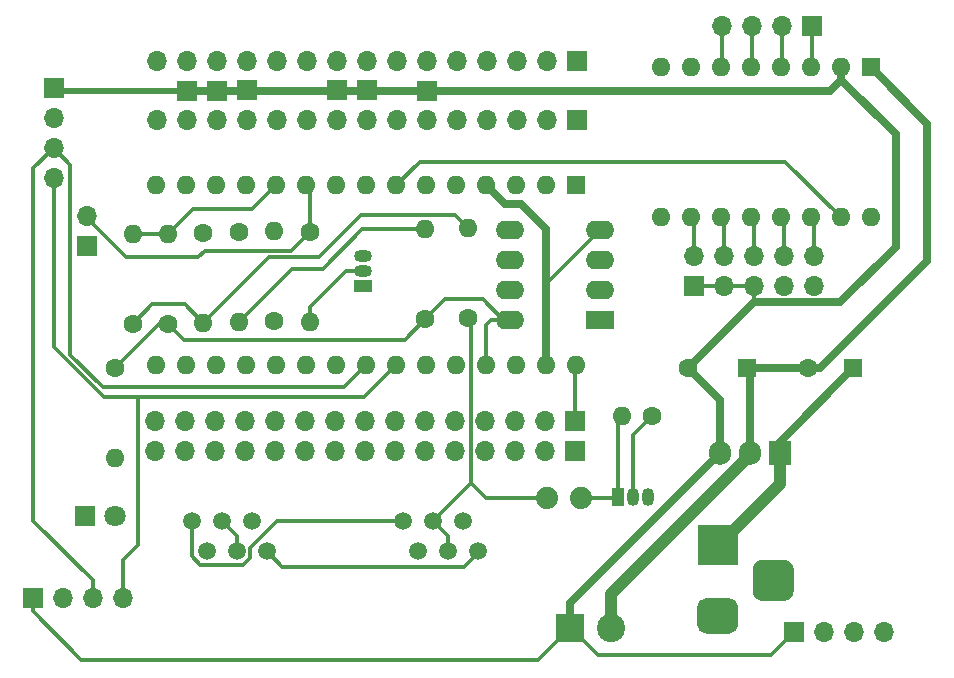
<source format=gtl>
%TF.GenerationSoftware,KiCad,Pcbnew,(5.1.9)-1*%
%TF.CreationDate,2021-12-11T18:31:36-05:00*%
%TF.ProjectId,LN-Stepper_v1_2,4c4e2d53-7465-4707-9065-725f76315f32,rev?*%
%TF.SameCoordinates,Original*%
%TF.FileFunction,Copper,L1,Top*%
%TF.FilePolarity,Positive*%
%FSLAX46Y46*%
G04 Gerber Fmt 4.6, Leading zero omitted, Abs format (unit mm)*
G04 Created by KiCad (PCBNEW (5.1.9)-1) date 2021-12-11 18:31:36*
%MOMM*%
%LPD*%
G01*
G04 APERTURE LIST*
%TA.AperFunction,ComponentPad*%
%ADD10R,1.700000X1.700000*%
%TD*%
%TA.AperFunction,ComponentPad*%
%ADD11O,1.700000X1.700000*%
%TD*%
%TA.AperFunction,ComponentPad*%
%ADD12O,1.500000X1.050000*%
%TD*%
%TA.AperFunction,ComponentPad*%
%ADD13R,1.500000X1.050000*%
%TD*%
%TA.AperFunction,ComponentPad*%
%ADD14R,3.500000X3.500000*%
%TD*%
%TA.AperFunction,ComponentPad*%
%ADD15O,1.050000X1.500000*%
%TD*%
%TA.AperFunction,ComponentPad*%
%ADD16R,1.050000X1.500000*%
%TD*%
%TA.AperFunction,ComponentPad*%
%ADD17C,1.498600*%
%TD*%
%TA.AperFunction,ComponentPad*%
%ADD18O,1.600000X1.600000*%
%TD*%
%TA.AperFunction,ComponentPad*%
%ADD19C,1.600000*%
%TD*%
%TA.AperFunction,ComponentPad*%
%ADD20R,1.600000X1.600000*%
%TD*%
%TA.AperFunction,ComponentPad*%
%ADD21C,1.879600*%
%TD*%
%TA.AperFunction,ComponentPad*%
%ADD22R,2.400000X1.600000*%
%TD*%
%TA.AperFunction,ComponentPad*%
%ADD23O,2.400000X1.600000*%
%TD*%
%TA.AperFunction,ComponentPad*%
%ADD24R,1.800000X1.800000*%
%TD*%
%TA.AperFunction,ComponentPad*%
%ADD25C,1.800000*%
%TD*%
%TA.AperFunction,ComponentPad*%
%ADD26R,1.905000X2.000000*%
%TD*%
%TA.AperFunction,ComponentPad*%
%ADD27O,1.905000X2.000000*%
%TD*%
%TA.AperFunction,ComponentPad*%
%ADD28R,2.400000X2.400000*%
%TD*%
%TA.AperFunction,ComponentPad*%
%ADD29C,2.400000*%
%TD*%
%TA.AperFunction,Conductor*%
%ADD30C,0.350000*%
%TD*%
%TA.AperFunction,Conductor*%
%ADD31C,0.700000*%
%TD*%
%TA.AperFunction,Conductor*%
%ADD32C,1.000000*%
%TD*%
%TA.AperFunction,Conductor*%
%ADD33C,0.500000*%
%TD*%
G04 APERTURE END LIST*
D10*
X120150000Y-91650000D03*
D11*
X120150000Y-89110000D03*
D12*
X143500000Y-93730000D03*
X143500000Y-92460000D03*
D13*
X143500000Y-95000000D03*
%TA.AperFunction,ComponentPad*%
G36*
G01*
X179115000Y-121710000D02*
X177365000Y-121710000D01*
G75*
G02*
X176490000Y-120835000I0J875000D01*
G01*
X176490000Y-119085000D01*
G75*
G02*
X177365000Y-118210000I875000J0D01*
G01*
X179115000Y-118210000D01*
G75*
G02*
X179990000Y-119085000I0J-875000D01*
G01*
X179990000Y-120835000D01*
G75*
G02*
X179115000Y-121710000I-875000J0D01*
G01*
G37*
%TD.AperFunction*%
%TA.AperFunction,ComponentPad*%
G36*
G01*
X174540000Y-124460000D02*
X172540000Y-124460000D01*
G75*
G02*
X171790000Y-123710000I0J750000D01*
G01*
X171790000Y-122210000D01*
G75*
G02*
X172540000Y-121460000I750000J0D01*
G01*
X174540000Y-121460000D01*
G75*
G02*
X175290000Y-122210000I0J-750000D01*
G01*
X175290000Y-123710000D01*
G75*
G02*
X174540000Y-124460000I-750000J0D01*
G01*
G37*
%TD.AperFunction*%
D14*
X173540000Y-116960000D03*
D15*
X166370000Y-112880000D03*
X167640000Y-112880000D03*
D16*
X165100000Y-112880000D03*
D17*
X153206000Y-117493600D03*
X146856000Y-114953600D03*
X151936000Y-114953600D03*
X148126000Y-117493600D03*
X149396000Y-114953600D03*
X150666000Y-117493600D03*
D18*
X165460000Y-106000000D03*
D19*
X168000000Y-106000000D03*
D18*
X125980000Y-101740000D03*
X125980000Y-86500000D03*
X161540000Y-101740000D03*
X128520000Y-86500000D03*
X159000000Y-101740000D03*
X131060000Y-86500000D03*
X156460000Y-101740000D03*
X133600000Y-86500000D03*
X153920000Y-101740000D03*
X136140000Y-86500000D03*
X151380000Y-101740000D03*
X138680000Y-86500000D03*
X148840000Y-101740000D03*
X141220000Y-86500000D03*
X146300000Y-101740000D03*
X143760000Y-86500000D03*
X143760000Y-101740000D03*
X146300000Y-86500000D03*
X141220000Y-101740000D03*
X148840000Y-86500000D03*
X138680000Y-101740000D03*
X151380000Y-86500000D03*
X136140000Y-101740000D03*
X153920000Y-86500000D03*
X133600000Y-101740000D03*
X156460000Y-86500000D03*
X131060000Y-101740000D03*
X159000000Y-86500000D03*
X128520000Y-101740000D03*
D20*
X161540000Y-86500000D03*
D17*
X135355000Y-117490000D03*
X129005000Y-114950000D03*
X134085000Y-114950000D03*
X130275000Y-117490000D03*
X131545000Y-114950000D03*
X132815000Y-117490000D03*
D21*
X159102200Y-113000000D03*
X161997800Y-113000000D03*
D22*
X163560000Y-97883200D03*
D23*
X155940000Y-90263200D03*
X163560000Y-95343200D03*
X155940000Y-92803200D03*
X163560000Y-92803200D03*
X155940000Y-95343200D03*
X163560000Y-90263200D03*
X155940000Y-97883200D03*
D24*
X120000000Y-114500000D03*
D25*
X122540000Y-114500000D03*
D11*
X125940000Y-109000000D03*
X128480000Y-109000000D03*
X131020000Y-109000000D03*
X133560000Y-109000000D03*
X136100000Y-109000000D03*
X138640000Y-109000000D03*
X141180000Y-109000000D03*
X143720000Y-109000000D03*
X146260000Y-109000000D03*
X148800000Y-109000000D03*
X151340000Y-109000000D03*
X153880000Y-109000000D03*
X156420000Y-109000000D03*
X158960000Y-109000000D03*
D10*
X161500000Y-109000000D03*
D11*
X125940000Y-106500000D03*
X128480000Y-106500000D03*
X131020000Y-106500000D03*
X133560000Y-106500000D03*
X136100000Y-106500000D03*
X138640000Y-106500000D03*
X141180000Y-106500000D03*
X143720000Y-106500000D03*
X146260000Y-106500000D03*
X148800000Y-106500000D03*
X151340000Y-106500000D03*
X153880000Y-106500000D03*
X156420000Y-106500000D03*
X158960000Y-106500000D03*
D10*
X161500000Y-106500000D03*
X161601600Y-81000000D03*
D11*
X159061600Y-81000000D03*
X156521600Y-81000000D03*
X153981600Y-81000000D03*
X151441600Y-81000000D03*
X148901600Y-81000000D03*
X146361600Y-81000000D03*
X143821600Y-81000000D03*
X141281600Y-81000000D03*
X138741600Y-81000000D03*
X136201600Y-81000000D03*
X133661600Y-81000000D03*
X131121600Y-81000000D03*
X128581600Y-81000000D03*
X126041600Y-81000000D03*
D10*
X161601600Y-75988400D03*
D11*
X159061600Y-75988400D03*
X156521600Y-75988400D03*
X153981600Y-75988400D03*
X151441600Y-75988400D03*
X148901600Y-75988400D03*
X146361600Y-75988400D03*
X143821600Y-75988400D03*
X141281600Y-75988400D03*
X138741600Y-75988400D03*
X136201600Y-75988400D03*
X133661600Y-75988400D03*
X131121600Y-75988400D03*
X128581600Y-75988400D03*
X126041600Y-75988400D03*
D10*
X141296000Y-78477600D03*
X133676000Y-78477600D03*
X131136000Y-78500000D03*
X128596000Y-78503000D03*
X143810600Y-78477600D03*
X148916000Y-78500000D03*
D18*
X136000000Y-90380000D03*
D19*
X136000000Y-98000000D03*
X130000000Y-90568000D03*
D18*
X130000000Y-98188000D03*
X148789000Y-90237800D03*
D19*
X148789000Y-97857800D03*
X133000000Y-90500000D03*
D18*
X133000000Y-98120000D03*
D19*
X124000000Y-98270000D03*
D18*
X124000000Y-90650000D03*
D19*
X139000000Y-90466400D03*
D18*
X139000000Y-98086400D03*
X127000000Y-90610000D03*
D19*
X127000000Y-98230000D03*
X122500000Y-102000000D03*
D18*
X122500000Y-109620000D03*
D20*
X186500000Y-76500000D03*
D18*
X168720000Y-89200000D03*
X183960000Y-76500000D03*
X171260000Y-89200000D03*
X181420000Y-76500000D03*
X173800000Y-89200000D03*
X178880000Y-76500000D03*
X176340000Y-89200000D03*
X176340000Y-76500000D03*
X178880000Y-89200000D03*
X173800000Y-76500000D03*
X181420000Y-89200000D03*
X171260000Y-76500000D03*
X183960000Y-89200000D03*
X168720000Y-76500000D03*
X186500000Y-89200000D03*
D20*
X185000000Y-102000000D03*
D19*
X181200000Y-102000000D03*
D20*
X176000000Y-102000000D03*
D19*
X171000000Y-102000000D03*
D10*
X181500000Y-73000000D03*
D11*
X178960000Y-73000000D03*
X176420000Y-73000000D03*
X173880000Y-73000000D03*
D26*
X178800000Y-109140000D03*
D27*
X176260000Y-109140000D03*
X173720000Y-109140000D03*
D28*
X161000000Y-124000000D03*
D29*
X164500000Y-124000000D03*
D10*
X171500000Y-95000000D03*
D11*
X171500000Y-92460000D03*
X174040000Y-95000000D03*
X174040000Y-92460000D03*
X176580000Y-95000000D03*
X176580000Y-92460000D03*
X179120000Y-95000000D03*
X179120000Y-92460000D03*
X181660000Y-95000000D03*
X181660000Y-92460000D03*
D19*
X152390000Y-97780000D03*
D18*
X152390000Y-90160000D03*
D10*
X117310000Y-78290000D03*
D11*
X117310000Y-80830000D03*
X117310000Y-83370000D03*
X117310000Y-85910000D03*
X123170000Y-121410000D03*
X120630000Y-121410000D03*
X118090000Y-121410000D03*
D10*
X115550000Y-121410000D03*
X179980000Y-124360000D03*
D11*
X182520000Y-124360000D03*
X185060000Y-124360000D03*
X187600000Y-124360000D03*
D30*
X159000000Y-94823200D02*
X163560000Y-90263200D01*
D31*
X159000000Y-101740000D02*
X159000000Y-94823200D01*
X159000000Y-94823200D02*
X159000000Y-90200000D01*
X159000000Y-90200000D02*
X156900000Y-88100000D01*
X155520000Y-88100000D02*
X153920000Y-86500000D01*
X156900000Y-88100000D02*
X155520000Y-88100000D01*
D30*
X176260000Y-102260000D02*
X176000000Y-102000000D01*
D31*
X176260000Y-109140000D02*
X176260000Y-102260000D01*
X176000000Y-102000000D02*
X181200000Y-102000000D01*
X176260000Y-109140000D02*
X176260000Y-109360000D01*
D32*
X164500000Y-121120000D02*
X164500000Y-124000000D01*
X176260000Y-109360000D02*
X164500000Y-121120000D01*
D31*
X186500000Y-76500000D02*
X186500000Y-76520000D01*
X186500000Y-76520000D02*
X191260000Y-81280000D01*
X191260000Y-81280000D02*
X191260000Y-92930000D01*
X182190000Y-102000000D02*
X181200000Y-102000000D01*
X191260000Y-92930000D02*
X182190000Y-102000000D01*
D30*
X143500000Y-93730000D02*
X142070000Y-93730000D01*
X139000000Y-96800000D02*
X139000000Y-98086400D01*
X142070000Y-93730000D02*
X139000000Y-96800000D01*
X126960000Y-90650000D02*
X127000000Y-90610000D01*
X124000000Y-90650000D02*
X126960000Y-90650000D01*
X127000000Y-90610000D02*
X129110000Y-88500000D01*
X134140000Y-88500000D02*
X136140000Y-86500000D01*
X129110000Y-88500000D02*
X134140000Y-88500000D01*
X139000000Y-90466400D02*
X139000000Y-86820000D01*
X137416410Y-92049990D02*
X130120010Y-92049990D01*
X139000000Y-90466400D02*
X137416410Y-92049990D01*
X130120010Y-92049990D02*
X129560000Y-92610000D01*
X120150000Y-89274998D02*
X120150000Y-89110000D01*
X123485002Y-92610000D02*
X120150000Y-89274998D01*
X129560000Y-92610000D02*
X123485002Y-92610000D01*
X126270000Y-98230000D02*
X127000000Y-98230000D01*
X122500000Y-102000000D02*
X126270000Y-98230000D01*
X127000000Y-98230000D02*
X128370000Y-99600000D01*
X147046800Y-99600000D02*
X148789000Y-97857800D01*
X128370000Y-99600000D02*
X147046800Y-99600000D01*
D31*
X149000000Y-78500000D02*
X128500000Y-78500000D01*
X161000000Y-121860000D02*
X173720000Y-109140000D01*
X161000000Y-124000000D02*
X161000000Y-121860000D01*
X173720000Y-104720000D02*
X171000000Y-102000000D01*
X173720000Y-109140000D02*
X173720000Y-104720000D01*
X183960000Y-77560000D02*
X183960000Y-76500000D01*
X183020000Y-78500000D02*
X183960000Y-77560000D01*
X148916000Y-78500000D02*
X183020000Y-78500000D01*
X171500000Y-101500000D02*
X171000000Y-102000000D01*
X176599999Y-96400001D02*
X171000000Y-102000000D01*
X183899999Y-96400001D02*
X176599999Y-96400001D01*
X188600000Y-91700000D02*
X183899999Y-96400001D01*
X188600000Y-82200000D02*
X188600000Y-91700000D01*
X183960000Y-77560000D02*
X188600000Y-82200000D01*
D30*
X171500000Y-95000000D02*
X174040000Y-95000000D01*
X174040000Y-95000000D02*
X176580000Y-95000000D01*
X176580000Y-96380002D02*
X176599999Y-96400001D01*
X176580000Y-95000000D02*
X176580000Y-96380002D01*
X155940000Y-97883200D02*
X155363200Y-97883200D01*
X155363200Y-97883200D02*
X153640000Y-96160000D01*
X150486800Y-96160000D02*
X148789000Y-97857800D01*
X153640000Y-96160000D02*
X150486800Y-96160000D01*
X153920000Y-101740000D02*
X153920000Y-98330000D01*
X154366800Y-97883200D02*
X155940000Y-97883200D01*
X153920000Y-98330000D02*
X154366800Y-97883200D01*
X150666000Y-116223600D02*
X149396000Y-114953600D01*
X150666000Y-117493600D02*
X150666000Y-116223600D01*
X132815000Y-116220000D02*
X131545000Y-114950000D01*
X132815000Y-117490000D02*
X132815000Y-116220000D01*
X152654999Y-111694601D02*
X152654999Y-98044999D01*
X152654999Y-98044999D02*
X152390000Y-97780000D01*
X149396000Y-114953600D02*
X152654999Y-111694601D01*
X153960398Y-113000000D02*
X152654999Y-111694601D01*
X159102200Y-113000000D02*
X153960398Y-113000000D01*
X129735335Y-118614301D02*
X129005000Y-117883966D01*
X129005000Y-117883966D02*
X129005000Y-114950000D01*
X133354665Y-118614301D02*
X129735335Y-118614301D01*
X133939301Y-118029665D02*
X133354665Y-118614301D01*
X133939301Y-117241733D02*
X133939301Y-118029665D01*
X136227434Y-114953600D02*
X133939301Y-117241733D01*
X146856000Y-114953600D02*
X136227434Y-114953600D01*
X135355000Y-117490000D02*
X136670000Y-118805000D01*
X136670000Y-118805000D02*
X152055000Y-118805000D01*
X153206000Y-117654000D02*
X153206000Y-117493600D01*
X152055000Y-118805000D02*
X153206000Y-117654000D01*
X165100000Y-106360000D02*
X165460000Y-106000000D01*
X165100000Y-112880000D02*
X165100000Y-106360000D01*
X164980000Y-113000000D02*
X165100000Y-112880000D01*
X161997800Y-113000000D02*
X164980000Y-113000000D01*
X130000000Y-98188000D02*
X135588000Y-92600000D01*
X135588000Y-92600000D02*
X139800000Y-92600000D01*
X151292799Y-89062799D02*
X152390000Y-90160000D01*
X143337201Y-89062799D02*
X151292799Y-89062799D01*
X139800000Y-92600000D02*
X143337201Y-89062799D01*
X124000000Y-98270000D02*
X125670000Y-96600000D01*
X128412000Y-96600000D02*
X130000000Y-98188000D01*
X125670000Y-96600000D02*
X128412000Y-96600000D01*
X166370000Y-107630000D02*
X168000000Y-106000000D01*
X166370000Y-112880000D02*
X166370000Y-107630000D01*
X133000000Y-98120000D02*
X137520000Y-93600000D01*
X137520000Y-93600000D02*
X140100000Y-93600000D01*
X143462200Y-90237800D02*
X148789000Y-90237800D01*
X140100000Y-93600000D02*
X143462200Y-90237800D01*
X171500000Y-89440000D02*
X171260000Y-89200000D01*
X171500000Y-92460000D02*
X171500000Y-89440000D01*
X181500000Y-76420000D02*
X181420000Y-76500000D01*
X181500000Y-73000000D02*
X181500000Y-76420000D01*
X174040000Y-89440000D02*
X173800000Y-89200000D01*
X174040000Y-92460000D02*
X174040000Y-89440000D01*
X178960000Y-76420000D02*
X178880000Y-76500000D01*
X178960000Y-73000000D02*
X178960000Y-76420000D01*
X176580000Y-89440000D02*
X176340000Y-89200000D01*
X176580000Y-92460000D02*
X176580000Y-89440000D01*
X176420000Y-76420000D02*
X176340000Y-76500000D01*
X176420000Y-73000000D02*
X176420000Y-76420000D01*
X179120000Y-89440000D02*
X178880000Y-89200000D01*
X179120000Y-92460000D02*
X179120000Y-89440000D01*
X173880000Y-76420000D02*
X173800000Y-76500000D01*
X173880000Y-73000000D02*
X173880000Y-76420000D01*
X181660000Y-89440000D02*
X181420000Y-89200000D01*
X181660000Y-92460000D02*
X181660000Y-89440000D01*
X146300000Y-86500000D02*
X148300000Y-84500000D01*
X179260000Y-84500000D02*
X183960000Y-89200000D01*
X148300000Y-84500000D02*
X179260000Y-84500000D01*
D31*
X173540000Y-116960000D02*
X173640000Y-116960000D01*
D32*
X178800000Y-111800000D02*
X178800000Y-109140000D01*
X173640000Y-116960000D02*
X178800000Y-111800000D01*
D31*
X178800000Y-108200000D02*
X185000000Y-102000000D01*
X178800000Y-109140000D02*
X178800000Y-108200000D01*
D30*
X161500000Y-106500000D02*
X161500000Y-101780000D01*
X141220000Y-86834000D02*
X141220000Y-86500000D01*
X161000000Y-124000000D02*
X161100000Y-124000000D01*
X161100000Y-124000000D02*
X163390000Y-126290000D01*
X178050000Y-126290000D02*
X179980000Y-124360000D01*
X163390000Y-126290000D02*
X178050000Y-126290000D01*
D33*
X117523000Y-78503000D02*
X117310000Y-78290000D01*
X128596000Y-78503000D02*
X117523000Y-78503000D01*
D30*
X115550000Y-121410000D02*
X115550000Y-122560000D01*
X115550000Y-122560000D02*
X119670000Y-126680000D01*
X158320000Y-126680000D02*
X161000000Y-124000000D01*
X119670000Y-126680000D02*
X158320000Y-126680000D01*
X146300000Y-101740000D02*
X143580000Y-104460000D01*
X117310000Y-100227830D02*
X117310000Y-85910000D01*
X121542170Y-104460000D02*
X117310000Y-100227830D01*
X123170000Y-121410000D02*
X123170000Y-118250000D01*
X123170000Y-118250000D02*
X124490000Y-116930000D01*
X124490000Y-104460000D02*
X121542170Y-104460000D01*
X124490000Y-116930000D02*
X124490000Y-104460000D01*
X143580000Y-104460000D02*
X124490000Y-104460000D01*
X143760000Y-101740000D02*
X141880000Y-103620000D01*
X141880000Y-103620000D02*
X121480000Y-103620000D01*
X121480000Y-103620000D02*
X118710000Y-100850000D01*
X118710000Y-84770000D02*
X117310000Y-83370000D01*
X118710000Y-100850000D02*
X118710000Y-84770000D01*
X120630000Y-121410000D02*
X120630000Y-119920000D01*
X120630000Y-119920000D02*
X115610000Y-114900000D01*
X115610000Y-85070000D02*
X117310000Y-83370000D01*
X115610000Y-114900000D02*
X115610000Y-85070000D01*
M02*

</source>
